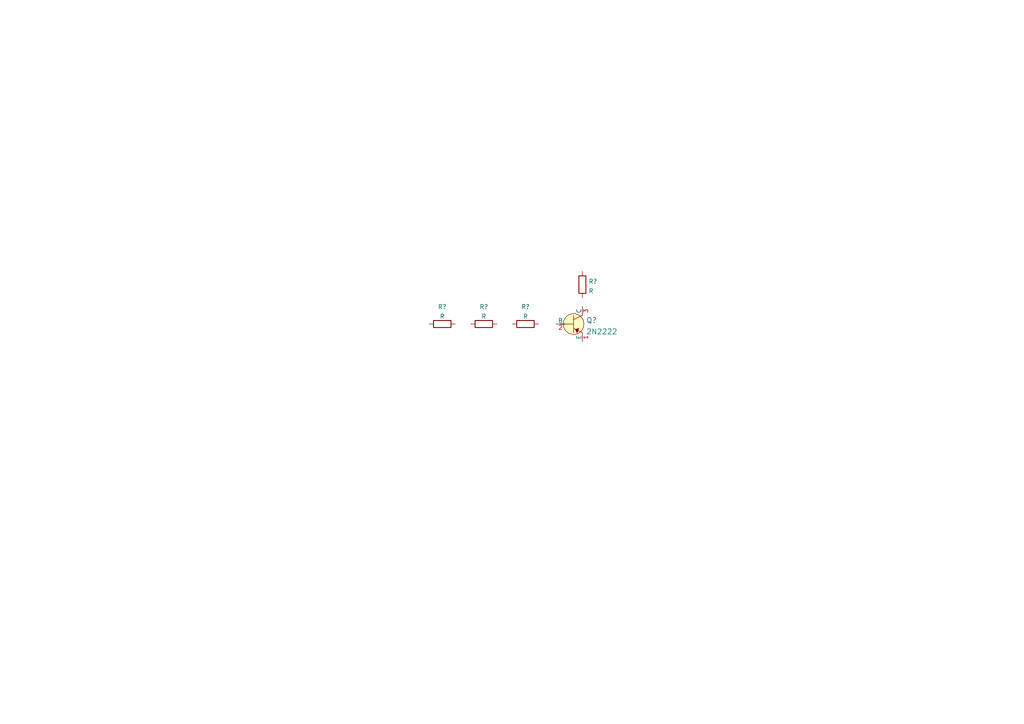
<source format=kicad_sch>
(kicad_sch (version 20210621) (generator eeschema)
  (paper "A4")
  (lib_symbols
    (symbol "Device:R" (pin_numbers hide) (pin_names (offset 0))
      (property "Reference" "R" (at 2.032 0 90))
      (property "Value" "R" (at 0 0 90))
      (symbol "R_0_1"
        (rectangle (start -1.016 -2.54) (end 1.016 2.54) (stroke (width 0.254)))
      )
      (symbol "R_1_1"
        (pin passive line (at 0 3.81 270) (length 1.27) (name "~") (number "1"))
        (pin passive line (at 0 -3.81 90) (length 1.27) (name "~") (number "2"))
      )
    )
    (symbol "dk_Transistors-Bipolar-BJT-Single:2N2222" (pin_names (offset 0))
      (property "Reference" "Q" (at -2.3876 3.9116 0))
      (property "Value" "2N2222" (at 5.08 0 90))
      (symbol "2N2222_0_1"
        (circle (center 0 0) (radius 2.9972) (fill (type background)))
        (polyline (pts (xy -3.81 0) (xy -2.54 0)))
        (polyline (pts (xy -3.556 0) (xy 0 0)))
        (polyline (pts (xy 0 -1.27) (xy 2.54 -2.54)))
        (polyline (pts (xy 0 1.27) (xy 2.54 2.54)))
        (polyline (pts (xy 0 2.54) (xy 0 -2.54)))
        (polyline (pts (xy 1.016 2.54) (xy 0.508 1.524) (xy 1.524 1.27) (xy 1.016 2.54)) (fill (type outline)))
      )
      (symbol "2N2222_1_1"
        (pin passive line (at 2.54 5.08 270) (length 2.54) (name "E") (number "1"))
        (pin input line (at -5.08 0 0) (length 2.54) (name "B") (number "2"))
        (pin passive line (at 2.54 -5.08 90) (length 2.54) (name "C") (number "3"))
      )
    )
  )
  (symbol (lib_id "Device:R") (at 128.27 93.98 90) (unit 1)
    (property "Reference" "R?" (at 128.27 88.9974 90))
    (property "Value" "R" (at 128.27 91.7725 90))
  )
  (symbol (lib_id "Device:R") (at 140.335 93.98 90) (unit 1)
    (property "Reference" "R?" (at 140.335 88.9974 90))
    (property "Value" "R" (at 140.335 91.7725 90))
  )
  (symbol (lib_id "Device:R") (at 152.4 93.98 90) (unit 1)
    (property "Reference" "R?" (at 152.4 88.9974 90))
    (property "Value" "R" (at 152.4 91.7725 90))
  )
  (symbol (lib_id "Device:R") (at 168.91 82.55 0) (unit 1)
    (property "Reference" "R?" (at 170.6881 81.6415 0) (effects (justify left)))
    (property "Value" "R" (at 170.6881 84.4166 0) (effects (justify left)))
  )
  (symbol (lib_id "dk_Transistors-Bipolar-BJT-Single:2N2222") (at 166.37 93.98 0) (mirror x) (unit 1)
    (property "Reference" "Q?" (at 170.0023 92.9153 0) (effects (font (size 1.524 1.524)) (justify left)))
    (property "Value" "2N2222" (at 170.0023 96.1943 0) (effects (font (size 1.524 1.524)) (justify left)))
    (property "Footprint" "digikey-footprints:TO-18-3" (effects hide))
    (property "Datasheet" "https://my.centralsemi.com/get_document.php?cmp=1&mergetype=pd&mergepath=pd&pdf_id=2N2221.PDF" (effects hide))
    (property "Digi-Key_PN" "2N2222CS-ND" (effects hide))
    (property "MPN" "2N2222" (effects hide))
    (property "Category" "Discrete Semiconductor Products" (effects hide))
    (property "Family" "Transistors - Bipolar (BJT) - Single" (effects hide))
    (property "DK_Datasheet_Link" "https://my.centralsemi.com/get_document.php?cmp=1&mergetype=pd&mergepath=pd&pdf_id=2N2221.PDF" (effects hide))
    (property "DK_Detail_Page" "/product-detail/en/central-semiconductor-corp/2N2222/2N2222CS-ND/4806844" (effects hide))
    (property "Description" "TRANS NPN 30V 0.8A TO-18" (effects hide))
    (property "Manufacturer" "Central Semiconductor Corp" (effects hide))
    (property "Status" "Active" (effects hide))
  )
)
</source>
